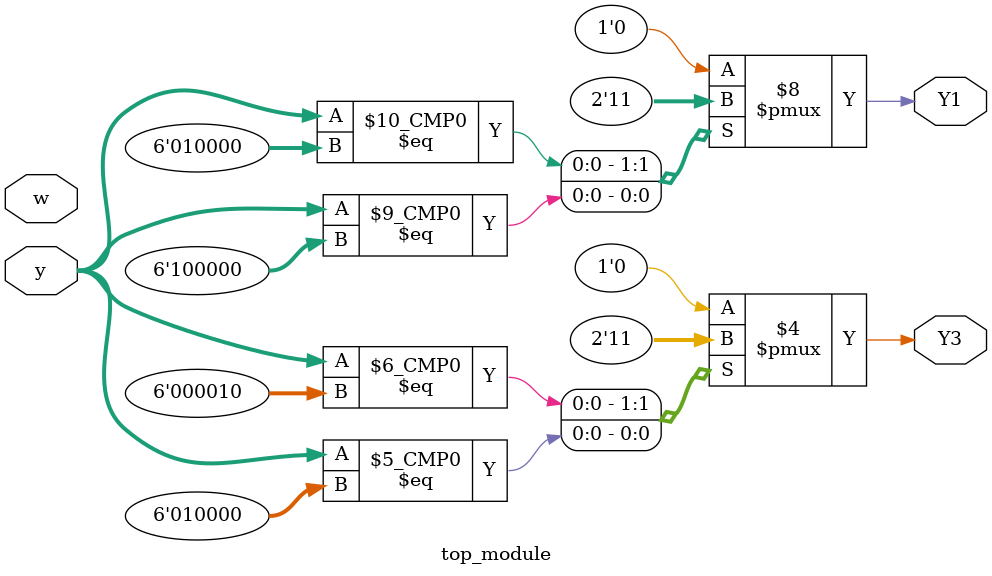
<source format=sv>
module top_module (
  input [5:0] y,
  input w,
  output reg Y1,
  output reg Y3
);

  always @(y) begin
    case (y)
      6'b000001: begin  // State A
        Y1 <= 1'b0;
        Y3 <= 1'b0;
      end
      
      6'b000010: begin  // State B
        Y1 <= 1'b0;
        Y3 <= 1'b1;
      end
      
      6'b000100: begin  // State C
        Y1 <= 1'b0;
        Y3 <= 1'b0;
      end
      
      6'b001000: begin  // State D
        Y1 <= 1'b0;
        Y3 <= 1'b0;
      end
      
      6'b010000: begin  // State E
        Y1 <= 1'b1;
        Y3 <= 1'b1;
      end
      
      6'b100000: begin  // State F
        Y1 <= 1'b1;
        Y3 <= 1'b0;
      end
      
      default: begin
        Y1 <= 1'b0;
        Y3 <= 1'b0;
      end
    endcase
  end

endmodule

</source>
